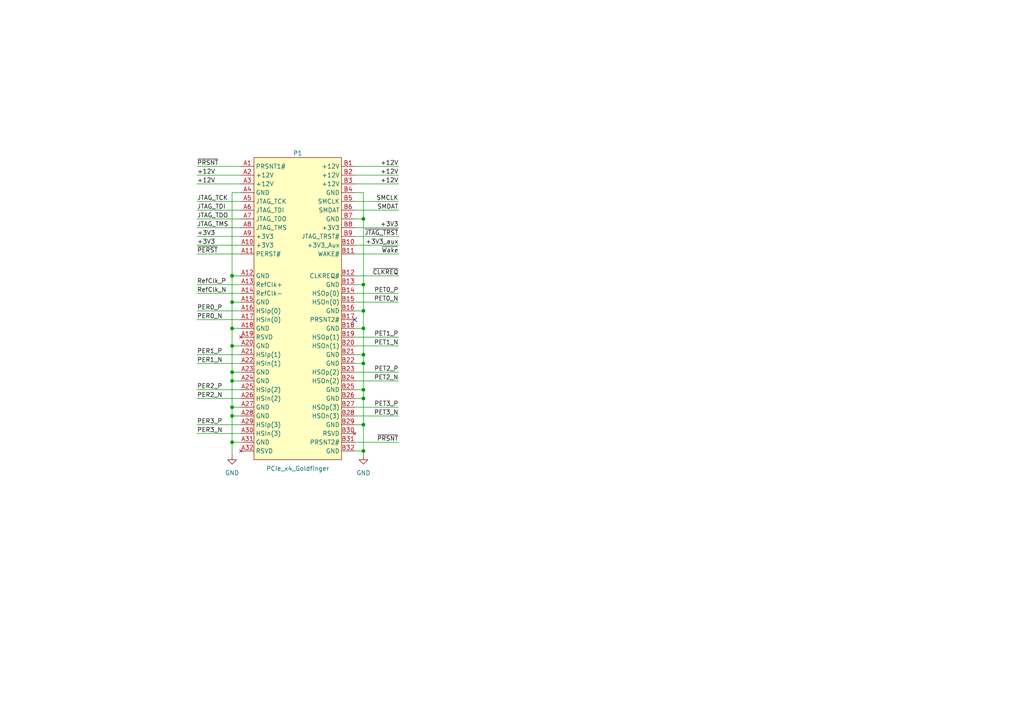
<source format=kicad_sch>
(kicad_sch (version 20211123) (generator eeschema)
  (paper "A4")
  (lib_symbols
    (symbol "Connector_PCIe:PCIe_x4_Goldfinger" (in_bom no)
      (property "Reference" "P" (at 6.35 31.75 0))
      (property "Value" "PCIe_x4_Goldfinger" (at -7.62 31.75 0))
      (symbol "PCIe_x4_Goldfinger_0_1"
        (rectangle (start -12.7 30.48) (end 12.7 -57.15) (fill (type background)))
      )
      (symbol "PCIe_x4_Goldfinger_1_1"
        (pin passive line (at -16.51 27.94 0) (length 3.81) (name "PRSNT1#") (number "A1"))
        (pin passive line (at -16.51 5.08 0) (length 3.81) (name "+3V3") (number "A10"))
        (pin passive line (at -16.51 2.54 0) (length 3.81) (name "PERST#") (number "A11"))
        (pin passive line (at -16.51 -3.81 0) (length 3.81) (name "GND") (number "A12"))
        (pin passive line (at -16.51 -6.35 0) (length 3.81) (name "RefClk+") (number "A13"))
        (pin passive line (at -16.51 -8.89 0) (length 3.81) (name "RefClk-") (number "A14"))
        (pin passive line (at -16.51 -11.43 0) (length 3.81) (name "GND") (number "A15"))
        (pin passive line (at -16.51 -13.97 0) (length 3.81) (name "HSIp(0)") (number "A16"))
        (pin passive line (at -16.51 -16.51 0) (length 3.81) (name "HSIn(0)") (number "A17"))
        (pin passive line (at -16.51 -19.05 0) (length 3.81) (name "GND") (number "A18"))
        (pin no_connect line (at -16.51 -21.59 0) (length 3.81) (name "RSVD") (number "A19"))
        (pin passive line (at -16.51 25.4 0) (length 3.81) (name "+12V") (number "A2"))
        (pin passive line (at -16.51 -24.13 0) (length 3.81) (name "GND") (number "A20"))
        (pin passive line (at -16.51 -26.67 0) (length 3.81) (name "HSIp(1)") (number "A21"))
        (pin passive line (at -16.51 -29.21 0) (length 3.81) (name "HSIn(1)") (number "A22"))
        (pin passive line (at -16.51 -31.75 0) (length 3.81) (name "GND") (number "A23"))
        (pin passive line (at -16.51 -34.29 0) (length 3.81) (name "GND") (number "A24"))
        (pin passive line (at -16.51 -36.83 0) (length 3.81) (name "HSIp(2)") (number "A25"))
        (pin passive line (at -16.51 -39.37 0) (length 3.81) (name "HSIn(2)") (number "A26"))
        (pin passive line (at -16.51 -41.91 0) (length 3.81) (name "GND") (number "A27"))
        (pin passive line (at -16.51 -44.45 0) (length 3.81) (name "GND") (number "A28"))
        (pin passive line (at -16.51 -46.99 0) (length 3.81) (name "HSIp(3)") (number "A29"))
        (pin passive line (at -16.51 22.86 0) (length 3.81) (name "+12V") (number "A3"))
        (pin passive line (at -16.51 -49.53 0) (length 3.81) (name "HSIn(3)") (number "A30"))
        (pin passive line (at -16.51 -52.07 0) (length 3.81) (name "GND") (number "A31"))
        (pin no_connect line (at -16.51 -54.61 0) (length 3.81) (name "RSVD") (number "A32"))
        (pin passive line (at -16.51 20.32 0) (length 3.81) (name "GND") (number "A4"))
        (pin passive line (at -16.51 17.78 0) (length 3.81) (name "JTAG_TCK") (number "A5"))
        (pin passive line (at -16.51 15.24 0) (length 3.81) (name "JTAG_TDI") (number "A6"))
        (pin passive line (at -16.51 12.7 0) (length 3.81) (name "JTAG_TDO") (number "A7"))
        (pin passive line (at -16.51 10.16 0) (length 3.81) (name "JTAG_TMS") (number "A8"))
        (pin passive line (at -16.51 7.62 0) (length 3.81) (name "+3V3") (number "A9"))
        (pin passive line (at 16.51 27.94 180) (length 3.81) (name "+12V") (number "B1"))
        (pin passive line (at 16.51 5.08 180) (length 3.81) (name "+3V3_Aux") (number "B10"))
        (pin passive line (at 16.51 2.54 180) (length 3.81) (name "WAKE#") (number "B11"))
        (pin passive line (at 16.51 -3.81 180) (length 3.81) (name "CLKREQ#") (number "B12"))
        (pin passive line (at 16.51 -6.35 180) (length 3.81) (name "GND") (number "B13"))
        (pin passive line (at 16.51 -8.89 180) (length 3.81) (name "HSOp(0)") (number "B14"))
        (pin passive line (at 16.51 -11.43 180) (length 3.81) (name "HSOn(0)") (number "B15"))
        (pin passive line (at 16.51 -13.97 180) (length 3.81) (name "GND") (number "B16"))
        (pin passive line (at 16.51 -16.51 180) (length 3.81) (name "PRSNT2#") (number "B17"))
        (pin passive line (at 16.51 -19.05 180) (length 3.81) (name "GND") (number "B18"))
        (pin passive line (at 16.51 -21.59 180) (length 3.81) (name "HSOp(1)") (number "B19"))
        (pin passive line (at 16.51 25.4 180) (length 3.81) (name "+12V") (number "B2"))
        (pin passive line (at 16.51 -24.13 180) (length 3.81) (name "HSOn(1)") (number "B20"))
        (pin passive line (at 16.51 -26.67 180) (length 3.81) (name "GND") (number "B21"))
        (pin passive line (at 16.51 -29.21 180) (length 3.81) (name "GND") (number "B22"))
        (pin passive line (at 16.51 -31.75 180) (length 3.81) (name "HSOp(2)") (number "B23"))
        (pin passive line (at 16.51 -34.29 180) (length 3.81) (name "HSOn(2)") (number "B24"))
        (pin passive line (at 16.51 -36.83 180) (length 3.81) (name "GND") (number "B25"))
        (pin passive line (at 16.51 -39.37 180) (length 3.81) (name "GND") (number "B26"))
        (pin passive line (at 16.51 -41.91 180) (length 3.81) (name "HSOp(3)") (number "B27"))
        (pin passive line (at 16.51 -44.45 180) (length 3.81) (name "HSOn(3)") (number "B28"))
        (pin passive line (at 16.51 -46.99 180) (length 3.81) (name "GND") (number "B29"))
        (pin passive line (at 16.51 22.86 180) (length 3.81) (name "+12V") (number "B3"))
        (pin no_connect line (at 16.51 -49.53 180) (length 3.81) (name "RSVD") (number "B30"))
        (pin passive line (at 16.51 -52.07 180) (length 3.81) (name "PRSNT2#") (number "B31"))
        (pin passive line (at 16.51 -54.61 180) (length 3.81) (name "GND") (number "B32"))
        (pin passive line (at 16.51 20.32 180) (length 3.81) (name "GND") (number "B4"))
        (pin passive line (at 16.51 17.78 180) (length 3.81) (name "SMCLK") (number "B5"))
        (pin passive line (at 16.51 15.24 180) (length 3.81) (name "SMDAT") (number "B6"))
        (pin passive line (at 16.51 12.7 180) (length 3.81) (name "GND") (number "B7"))
        (pin passive line (at 16.51 10.16 180) (length 3.81) (name "+3V3") (number "B8"))
        (pin passive line (at 16.51 7.62 180) (length 3.81) (name "JTAG_TRST#") (number "B9"))
      )
    )
    (symbol "power:GND" (power) (pin_names (offset 0))
      (property "Value" "GND" (at 0 -3.81 0))
      (symbol "GND_0_1"
        (polyline (pts (xy 0 0) (xy 0 -1.27) (xy 1.27 -1.27) (xy 0 -2.54) (xy -1.27 -1.27) (xy 0 -1.27)))
      )
      (symbol "GND_1_1"
        (pin power_in line (at 0 0 270) (length 0) hide (name "GND") (number "1"))
      )
    )
  )
  (junction (at 67.31 120.65))
  (junction (at 67.31 100.33))
  (junction (at 67.31 87.63))
  (junction (at 105.41 123.19))
  (junction (at 105.41 82.55))
  (junction (at 105.41 115.57))
  (junction (at 67.31 80.01))
  (junction (at 105.41 130.81))
  (junction (at 105.41 105.41))
  (junction (at 67.31 128.27))
  (junction (at 105.41 113.03))
  (junction (at 105.41 102.87))
  (junction (at 105.41 95.25))
  (junction (at 105.41 90.17))
  (junction (at 67.31 110.49))
  (junction (at 67.31 118.11))
  (junction (at 67.31 107.95))
  (junction (at 67.31 95.25))
  (junction (at 105.41 63.5))
  (no_connect (at 102.87 92.71))
  (wire (pts (xy 102.87 95.25) (xy 105.41 95.25)))
  (wire (pts (xy 105.41 90.17) (xy 105.41 95.25)))
  (wire (pts (xy 57.15 50.8) (xy 69.85 50.8)))
  (wire (pts (xy 57.15 125.73) (xy 69.85 125.73)))
  (wire (pts (xy 67.31 110.49) (xy 69.85 110.49)))
  (wire (pts (xy 102.87 58.42) (xy 115.57 58.42)))
  (wire (pts (xy 67.31 118.11) (xy 69.85 118.11)))
  (wire (pts (xy 57.15 48.26) (xy 69.85 48.26)))
  (wire (pts (xy 57.15 115.57) (xy 69.85 115.57)))
  (wire (pts (xy 102.87 110.49) (xy 115.57 110.49)))
  (wire (pts (xy 67.31 100.33) (xy 67.31 107.95)))
  (wire (pts (xy 67.31 80.01) (xy 69.85 80.01)))
  (wire (pts (xy 105.41 130.81) (xy 105.41 132.08)))
  (wire (pts (xy 57.15 58.42) (xy 69.85 58.42)))
  (wire (pts (xy 67.31 120.65) (xy 67.31 128.27)))
  (wire (pts (xy 105.41 115.57) (xy 105.41 123.19)))
  (wire (pts (xy 102.87 87.63) (xy 115.57 87.63)))
  (wire (pts (xy 102.87 66.04) (xy 115.57 66.04)))
  (wire (pts (xy 67.31 87.63) (xy 67.31 95.25)))
  (wire (pts (xy 57.15 82.55) (xy 69.85 82.55)))
  (wire (pts (xy 102.87 50.8) (xy 115.57 50.8)))
  (wire (pts (xy 105.41 113.03) (xy 105.41 115.57)))
  (wire (pts (xy 102.87 105.41) (xy 105.41 105.41)))
  (wire (pts (xy 57.15 102.87) (xy 69.85 102.87)))
  (wire (pts (xy 102.87 97.79) (xy 115.57 97.79)))
  (wire (pts (xy 102.87 73.66) (xy 115.57 73.66)))
  (wire (pts (xy 67.31 95.25) (xy 69.85 95.25)))
  (wire (pts (xy 57.15 90.17) (xy 69.85 90.17)))
  (wire (pts (xy 67.31 95.25) (xy 67.31 100.33)))
  (wire (pts (xy 57.15 85.09) (xy 69.85 85.09)))
  (wire (pts (xy 102.87 71.12) (xy 115.57 71.12)))
  (wire (pts (xy 102.87 118.11) (xy 115.57 118.11)))
  (wire (pts (xy 102.87 113.03) (xy 105.41 113.03)))
  (wire (pts (xy 102.87 80.01) (xy 115.57 80.01)))
  (wire (pts (xy 67.31 120.65) (xy 69.85 120.65)))
  (wire (pts (xy 102.87 55.88) (xy 105.41 55.88)))
  (wire (pts (xy 57.15 53.34) (xy 69.85 53.34)))
  (wire (pts (xy 102.87 82.55) (xy 105.41 82.55)))
  (wire (pts (xy 102.87 85.09) (xy 115.57 85.09)))
  (wire (pts (xy 102.87 102.87) (xy 105.41 102.87)))
  (wire (pts (xy 102.87 90.17) (xy 105.41 90.17)))
  (wire (pts (xy 105.41 105.41) (xy 105.41 113.03)))
  (wire (pts (xy 102.87 128.27) (xy 115.57 128.27)))
  (wire (pts (xy 67.31 100.33) (xy 69.85 100.33)))
  (wire (pts (xy 67.31 118.11) (xy 67.31 120.65)))
  (wire (pts (xy 67.31 107.95) (xy 69.85 107.95)))
  (wire (pts (xy 102.87 53.34) (xy 115.57 53.34)))
  (wire (pts (xy 67.31 107.95) (xy 67.31 110.49)))
  (wire (pts (xy 105.41 95.25) (xy 105.41 102.87)))
  (wire (pts (xy 105.41 55.88) (xy 105.41 63.5)))
  (wire (pts (xy 57.15 63.5) (xy 69.85 63.5)))
  (wire (pts (xy 102.87 107.95) (xy 115.57 107.95)))
  (wire (pts (xy 57.15 71.12) (xy 69.85 71.12)))
  (wire (pts (xy 102.87 68.58) (xy 115.57 68.58)))
  (wire (pts (xy 67.31 110.49) (xy 67.31 118.11)))
  (wire (pts (xy 102.87 115.57) (xy 105.41 115.57)))
  (wire (pts (xy 57.15 66.04) (xy 69.85 66.04)))
  (wire (pts (xy 105.41 82.55) (xy 105.41 90.17)))
  (wire (pts (xy 67.31 128.27) (xy 69.85 128.27)))
  (wire (pts (xy 102.87 123.19) (xy 105.41 123.19)))
  (wire (pts (xy 57.15 68.58) (xy 69.85 68.58)))
  (wire (pts (xy 102.87 48.26) (xy 115.57 48.26)))
  (wire (pts (xy 57.15 105.41) (xy 69.85 105.41)))
  (wire (pts (xy 102.87 130.81) (xy 105.41 130.81)))
  (wire (pts (xy 67.31 128.27) (xy 67.31 132.08)))
  (wire (pts (xy 102.87 100.33) (xy 115.57 100.33)))
  (wire (pts (xy 67.31 87.63) (xy 69.85 87.63)))
  (wire (pts (xy 105.41 123.19) (xy 105.41 130.81)))
  (wire (pts (xy 102.87 120.65) (xy 115.57 120.65)))
  (wire (pts (xy 105.41 63.5) (xy 105.41 82.55)))
  (wire (pts (xy 102.87 60.96) (xy 115.57 60.96)))
  (wire (pts (xy 57.15 73.66) (xy 69.85 73.66)))
  (wire (pts (xy 57.15 60.96) (xy 69.85 60.96)))
  (wire (pts (xy 105.41 102.87) (xy 105.41 105.41)))
  (wire (pts (xy 57.15 113.03) (xy 69.85 113.03)))
  (wire (pts (xy 102.87 63.5) (xy 105.41 63.5)))
  (wire (pts (xy 67.31 55.88) (xy 67.31 80.01)))
  (wire (pts (xy 57.15 92.71) (xy 69.85 92.71)))
  (wire (pts (xy 67.31 80.01) (xy 67.31 87.63)))
  (wire (pts (xy 57.15 123.19) (xy 69.85 123.19)))
  (wire (pts (xy 69.85 55.88) (xy 67.31 55.88)))
  (label "+3V3" (at 115.57 66.04 180))
  (label "PET1_P" (at 115.57 97.79 180))
  (label "JTAG_TDO" (at 57.15 63.5 0))
  (label "~{JTAG_TRST}" (at 115.57 68.58 180))
  (label "JTAG_TMS" (at 57.15 66.04 0))
  (label "~{PRSNT}" (at 57.15 48.26 0))
  (label "+12V" (at 115.57 48.26 180))
  (label "+12V" (at 115.57 53.34 180))
  (label "+3V3_aux" (at 115.57 71.12 180))
  (label "+3V3" (at 57.15 71.12 0))
  (label "PER3_N" (at 57.15 125.73 0))
  (label "+12V" (at 115.57 50.8 180))
  (label "PER2_P" (at 57.15 113.03 0))
  (label "PER0_P" (at 57.15 90.17 0))
  (label "PET1_N" (at 115.57 100.33 180))
  (label "JTAG_TCK" (at 57.15 58.42 0))
  (label "RefClk_P" (at 57.15 82.55 0))
  (label "PER2_N" (at 57.15 115.57 0))
  (label "PET0_N" (at 115.57 87.63 180))
  (label "~{Wake}" (at 115.57 73.66 180))
  (label "JTAG_TDI" (at 57.15 60.96 0))
  (label "PET3_N" (at 115.57 120.65 180))
  (label "~{CLKREQ}" (at 115.57 80.01 180))
  (label "+3V3" (at 57.15 68.58 0))
  (label "+12V" (at 57.15 53.34 0))
  (label "~{PRSNT}" (at 115.57 128.27 180))
  (label "SMCLK" (at 115.57 58.42 180))
  (label "PER0_N" (at 57.15 92.71 0))
  (label "PET2_N" (at 115.57 110.49 180))
  (label "+12V" (at 57.15 50.8 0))
  (label "PER3_P" (at 57.15 123.19 0))
  (label "SMDAT" (at 115.57 60.96 180))
  (label "~{PERST}" (at 57.15 73.66 0))
  (label "PET2_P" (at 115.57 107.95 180))
  (label "PET0_P" (at 115.57 85.09 180))
  (label "RefClk_N" (at 57.15 85.09 0))
  (label "PET3_P" (at 115.57 118.11 180))
  (label "PER1_N" (at 57.15 105.41 0))
  (label "PER1_P" (at 57.15 102.87 0))
  (symbol (lib_id "Connector_PCIe:PCIe_x4_Goldfinger") (at 86.36 76.2 0) (unit 1) (in_bom no)
    (property "Reference" "P1" (at 86.36 44.45 0))
    (property "Value" "PCIe_x4_Goldfinger" (at 86.36 135.89 0))
    (property "Footprint" "Connector_PCIe:PCIe_x4_GoldFinger" (effects hide))
  )
  (symbol (lib_id "power:GND") (at 105.41 132.08 0) (unit 1)
    (property "Reference" "#PWR?" (effects hide))
    (property "Value" "GND" (at 105.41 137.16 0))
  )
  (symbol (lib_id "power:GND") (at 67.31 132.08 0) (unit 1)
    (property "Reference" "#PWR?" (effects hide))
    (property "Value" "GND" (at 67.31 137.16 0))
  )
)
</source>
